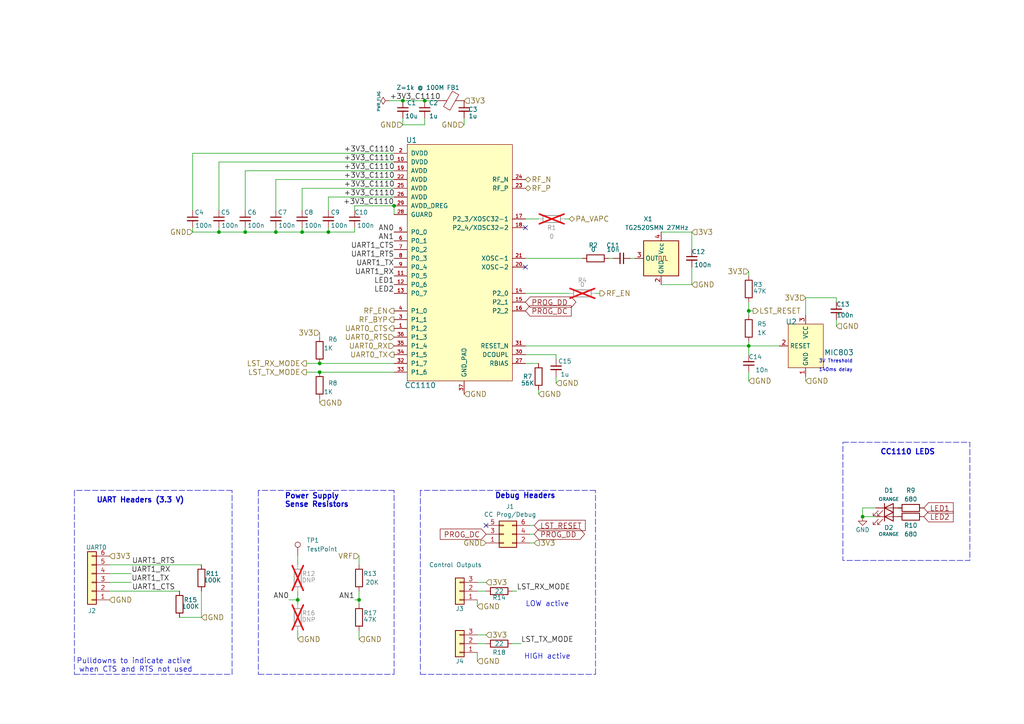
<source format=kicad_sch>
(kicad_sch (version 20231120) (generator "eeschema") (generator_version "8.0")
  (paper "A4")
  (lib_symbols
    (symbol "Connector:TestPoint" (pin_numbers hide) (pin_names (offset 0.762) hide)
      (property "Reference" "TP" (at 0 6.858 0))
      (property "Value" "TestPoint" (at 0 5.08 0))
      (symbol "TestPoint_0_1"
        (circle (center 0 3.302) (radius 0.762))
      )
      (symbol "TestPoint_1_1"
        (pin passive line (at 0 0 90) (length 2.54) (name "1") (number "1"))
      )
    )
    (symbol "Connector_Generic:Conn_01x03" (pin_names (offset 1.016) hide)
      (property "Reference" "J" (at 0 5.08 0))
      (property "Value" "Conn_01x03" (at 0 -5.08 0))
      (symbol "Conn_01x03_1_1"
        (rectangle (start -1.27 -2.413) (end 0 -2.667) (stroke (width 0.1524)))
        (rectangle (start -1.27 0.127) (end 0 -0.127) (stroke (width 0.1524)))
        (rectangle (start -1.27 2.667) (end 0 2.413) (stroke (width 0.1524)))
        (rectangle (start -1.27 3.81) (end 1.27 -3.81) (stroke (width 0.254)) (fill (type background)))
        (pin passive line (at -5.08 2.54 0) (length 3.81) (name "Pin_1") (number "1"))
        (pin passive line (at -5.08 0 0) (length 3.81) (name "Pin_2") (number "2"))
        (pin passive line (at -5.08 -2.54 0) (length 3.81) (name "Pin_3") (number "3"))
      )
    )
    (symbol "Connector_Generic:Conn_01x06" (pin_names (offset 1.016) hide)
      (property "Reference" "J" (at 0 7.62 0))
      (property "Value" "Conn_01x06" (at 0 -10.16 0))
      (symbol "Conn_01x06_1_1"
        (rectangle (start -1.27 -7.493) (end 0 -7.747) (stroke (width 0.1524)))
        (rectangle (start -1.27 -4.953) (end 0 -5.207) (stroke (width 0.1524)))
        (rectangle (start -1.27 -2.413) (end 0 -2.667) (stroke (width 0.1524)))
        (rectangle (start -1.27 0.127) (end 0 -0.127) (stroke (width 0.1524)))
        (rectangle (start -1.27 2.667) (end 0 2.413) (stroke (width 0.1524)))
        (rectangle (start -1.27 5.207) (end 0 4.953) (stroke (width 0.1524)))
        (rectangle (start -1.27 6.35) (end 1.27 -8.89) (stroke (width 0.254)) (fill (type background)))
        (pin passive line (at -5.08 5.08 0) (length 3.81) (name "Pin_1") (number "1"))
        (pin passive line (at -5.08 2.54 0) (length 3.81) (name "Pin_2") (number "2"))
        (pin passive line (at -5.08 0 0) (length 3.81) (name "Pin_3") (number "3"))
        (pin passive line (at -5.08 -2.54 0) (length 3.81) (name "Pin_4") (number "4"))
        (pin passive line (at -5.08 -5.08 0) (length 3.81) (name "Pin_5") (number "5"))
        (pin passive line (at -5.08 -7.62 0) (length 3.81) (name "Pin_6") (number "6"))
      )
    )
    (symbol "Connector_Generic:Conn_02x03_Odd_Even" (pin_names (offset 1.016) hide)
      (property "Reference" "J" (at 1.27 5.08 0))
      (property "Value" "Conn_02x03_Odd_Even" (at 1.27 -5.08 0))
      (symbol "Conn_02x03_Odd_Even_1_1"
        (rectangle (start -1.27 -2.413) (end 0 -2.667) (stroke (width 0.1524)))
        (rectangle (start -1.27 0.127) (end 0 -0.127) (stroke (width 0.1524)))
        (rectangle (start -1.27 2.667) (end 0 2.413) (stroke (width 0.1524)))
        (rectangle (start -1.27 3.81) (end 3.81 -3.81) (stroke (width 0.254)) (fill (type background)))
        (rectangle (start 3.81 -2.413) (end 2.54 -2.667) (stroke (width 0.1524)))
        (rectangle (start 3.81 0.127) (end 2.54 -0.127) (stroke (width 0.1524)))
        (rectangle (start 3.81 2.667) (end 2.54 2.413) (stroke (width 0.1524)))
        (pin passive line (at -5.08 2.54 0) (length 3.81) (name "Pin_1") (number "1"))
        (pin passive line (at 7.62 2.54 180) (length 3.81) (name "Pin_2") (number "2"))
        (pin passive line (at -5.08 0 0) (length 3.81) (name "Pin_3") (number "3"))
        (pin passive line (at 7.62 0 180) (length 3.81) (name "Pin_4") (number "4"))
        (pin passive line (at -5.08 -2.54 0) (length 3.81) (name "Pin_5") (number "5"))
        (pin passive line (at 7.62 -2.54 180) (length 3.81) (name "Pin_6") (number "6"))
      )
    )
    (symbol "Device:C_Small" (pin_numbers hide) (pin_names (offset 0.254) hide)
      (property "Reference" "C" (at 0.254 1.778 0))
      (property "Value" "C_Small" (at 0.254 -2.032 0))
      (symbol "C_Small_0_1"
        (polyline (pts (xy -1.524 -0.508) (xy 1.524 -0.508)) (stroke (width 0.3302)))
        (polyline (pts (xy -1.524 0.508) (xy 1.524 0.508)) (stroke (width 0.3048)))
      )
      (symbol "C_Small_1_1"
        (pin passive line (at 0 2.54 270) (length 2.032) (name "~") (number "1"))
        (pin passive line (at 0 -2.54 90) (length 2.032) (name "~") (number "2"))
      )
    )
    (symbol "Device:FerriteBead" (pin_numbers hide) (pin_names (offset 0))
      (property "Reference" "FB" (at -3.81 0.635 90))
      (property "Value" "FerriteBead" (at 3.81 0 90))
      (symbol "FerriteBead_0_1"
        (polyline (pts (xy 0 -1.27) (xy 0 -1.2192)))
        (polyline (pts (xy 0 1.27) (xy 0 1.2954)))
        (polyline (pts (xy -2.7686 0.4064) (xy -1.7018 2.2606) (xy 2.7686 -0.3048) (xy 1.6764 -2.159) (xy -2.7686 0.4064)))
      )
      (symbol "FerriteBead_1_1"
        (pin passive line (at 0 3.81 270) (length 2.54) (name "~") (number "1"))
        (pin passive line (at 0 -3.81 90) (length 2.54) (name "~") (number "2"))
      )
    )
    (symbol "Device:LED" (pin_numbers hide) (pin_names (offset 1.016) hide)
      (property "Reference" "D" (at 0 2.54 0))
      (property "Value" "LED" (at 0 -2.54 0))
      (symbol "LED_0_1"
        (polyline (pts (xy -1.27 -1.27) (xy -1.27 1.27)) (stroke (width 0.254)))
        (polyline (pts (xy -1.27 0) (xy 1.27 0)))
        (polyline (pts (xy 1.27 -1.27) (xy 1.27 1.27) (xy -1.27 0) (xy 1.27 -1.27)) (stroke (width 0.254)))
        (polyline (pts (xy -3.048 -0.762) (xy -4.572 -2.286) (xy -3.81 -2.286) (xy -4.572 -2.286) (xy -4.572 -1.524)))
        (polyline (pts (xy -1.778 -0.762) (xy -3.302 -2.286) (xy -2.54 -2.286) (xy -3.302 -2.286) (xy -3.302 -1.524)))
      )
      (symbol "LED_1_1"
        (pin passive line (at -3.81 0 0) (length 2.54) (name "K") (number "1"))
        (pin passive line (at 3.81 0 180) (length 2.54) (name "A") (number "2"))
      )
    )
    (symbol "Device:R" (pin_numbers hide) (pin_names (offset 0))
      (property "Reference" "R" (at 2.032 0 90))
      (property "Value" "R" (at 0 0 90))
      (symbol "R_0_1"
        (rectangle (start -1.016 -2.54) (end 1.016 2.54) (stroke (width 0.254)))
      )
      (symbol "R_1_1"
        (pin passive line (at 0 3.81 270) (length 1.27) (name "~") (number "1"))
        (pin passive line (at 0 -3.81 90) (length 1.27) (name "~") (number "2"))
      )
    )
    (symbol "Oscillator:TG2520SMN-xx.xxxxxxMhz-xxxxNM"
      (property "Reference" "X" (at -5.08 6.35 0))
      (property "Value" "TG2520SMN-xx.xxxxxxMhz-xxxxNM" (at 1.27 -6.35 0))
      (symbol "TG2520SMN-xx.xxxxxxMhz-xxxxNM_0_1"
        (rectangle (start -5.08 5.08) (end 5.08 -5.08) (stroke (width 0.254)) (fill (type background)))
        (polyline (pts (xy -1.905 -0.635) (xy -1.27 -0.635) (xy -1.27 0.635) (xy -0.635 0.635) (xy -0.635 -0.635) (xy 0 -0.635) (xy 0 0.635) (xy 0.635 0.635) (xy 0.635 -0.635)))
      )
      (symbol "TG2520SMN-xx.xxxxxxMhz-xxxxNM_1_1"
        (pin no_connect line (at -5.08 0 0) (length 2.54) hide (name "NC") (number "1"))
        (pin power_in line (at 0 -7.62 90) (length 2.54) (name "GND") (number "2"))
        (pin output line (at 7.62 0 180) (length 2.54) (name "OUT") (number "3"))
        (pin power_in line (at 0 7.62 270) (length 2.54) (name "Vcc") (number "4"))
      )
    )
    (symbol "Project:CC1110" (pin_names (offset 1.016))
      (property "Reference" "U2" (at -15.24 36.83 0))
      (property "Value" "CC1110" (at -12.7 -34.29 0))
      (symbol "CC1110_0_1"
        (rectangle (start -16.51 35.56) (end 13.97 -33.02) (fill (type background)))
      )
      (symbol "CC1110_1_1"
        (pin bidirectional line (at -20.32 -17.78 0) (length 3.81) (name "P1_2") (number "1"))
        (pin power_in line (at -20.32 30.48 0) (length 3.81) (name "DVDD") (number "10"))
        (pin bidirectional line (at -20.32 -2.54 0) (length 3.81) (name "P0_5") (number "11"))
        (pin bidirectional line (at -20.32 -5.08 0) (length 3.81) (name "P0_6") (number "12"))
        (pin bidirectional line (at -20.32 -7.62 0) (length 3.81) (name "P0_7") (number "13"))
        (pin bidirectional line (at 17.78 -7.62 180) (length 3.81) (name "P2_0") (number "14"))
        (pin bidirectional line (at 17.78 -10.16 180) (length 3.81) (name "P2_1") (number "15"))
        (pin bidirectional line (at 17.78 -12.7 180) (length 3.81) (name "P2_2") (number "16"))
        (pin bidirectional line (at 17.78 13.97 180) (length 3.81) (name "P2_3/XOSC32-1") (number "17"))
        (pin bidirectional line (at 17.78 11.43 180) (length 3.81) (name "P2_4/XOSC32-2") (number "18"))
        (pin power_in line (at -20.32 27.94 0) (length 3.81) (name "AVDD") (number "19"))
        (pin power_in line (at -20.32 33.02 0) (length 3.81) (name "DVDD") (number "2"))
        (pin bidirectional line (at 17.78 0 180) (length 3.81) (name "XOSC-2") (number "20"))
        (pin bidirectional line (at 17.78 2.54 180) (length 3.81) (name "XOSC-1") (number "21"))
        (pin power_in line (at -20.32 25.4 0) (length 3.81) (name "AVDD") (number "22"))
        (pin bidirectional line (at 17.78 22.86 180) (length 3.81) (name "RF_P") (number "23"))
        (pin bidirectional line (at 17.78 25.4 180) (length 3.81) (name "RF_N") (number "24"))
        (pin power_in line (at -20.32 22.86 0) (length 3.81) (name "AVDD") (number "25"))
        (pin power_in line (at -20.32 20.32 0) (length 3.81) (name "AVDD") (number "26"))
        (pin bidirectional line (at 17.78 -27.94 180) (length 3.81) (name "RBIAS") (number "27"))
        (pin power_in line (at -20.32 15.24 0) (length 3.81) (name "GUARD") (number "28"))
        (pin power_in line (at -20.32 17.78 0) (length 3.81) (name "AVDD_DREG") (number "29"))
        (pin bidirectional line (at -20.32 -15.24 0) (length 3.81) (name "P1_1") (number "3"))
        (pin passive line (at 17.78 -25.4 180) (length 3.81) (name "DCOUPL") (number "30"))
        (pin bidirectional line (at 17.78 -22.86 180) (length 3.81) (name "RESET_N") (number "31"))
        (pin bidirectional line (at -20.32 -27.94 0) (length 3.81) (name "P1_7") (number "32"))
        (pin bidirectional line (at -20.32 -30.48 0) (length 3.81) (name "P1_6") (number "33"))
        (pin bidirectional line (at -20.32 -25.4 0) (length 3.81) (name "P1_5") (number "34"))
        (pin bidirectional line (at -20.32 -22.86 0) (length 3.81) (name "P1_4") (number "35"))
        (pin bidirectional line (at -20.32 -20.32 0) (length 3.81) (name "P1_3") (number "36"))
        (pin passive line (at 0 -36.83 90) (length 3.81) (name "GND_PAD") (number "37"))
        (pin bidirectional line (at -20.32 -12.7 0) (length 3.81) (name "P1_0") (number "4"))
        (pin bidirectional line (at -20.32 10.16 0) (length 3.81) (name "P0_0") (number "5"))
        (pin bidirectional line (at -20.32 7.62 0) (length 3.81) (name "P0_1") (number "6"))
        (pin bidirectional line (at -20.32 5.08 0) (length 3.81) (name "P0_2") (number "7"))
        (pin bidirectional line (at -20.32 2.54 0) (length 3.81) (name "P0_3") (number "8"))
        (pin bidirectional line (at -20.32 0 0) (length 3.81) (name "P0_4") (number "9"))
      )
    )
    (symbol "Project:MIC803"
      (property "Reference" "U" (at 3.81 4.572 0))
      (symbol "MIC803_1_1"
        (rectangle (start -5.08 6.35) (end 5.08 -6.35) (fill (type background)))
        (pin power_in line (at 0 -8.89 90) (length 2.54) (name "GND") (number "1"))
        (pin passive line (at -7.62 0 0) (length 2.54) (name "RESET") (number "2"))
        (pin power_in line (at 0 8.89 270) (length 2.54) (name "VCC") (number "3"))
      )
    )
    (symbol "power:GND" (power) (pin_numbers hide) (pin_names (offset 0) hide)
      (property "Value" "GND" (at 0 -3.81 0))
      (symbol "GND_0_1"
        (polyline (pts (xy 0 0) (xy 0 -1.27) (xy 1.27 -1.27) (xy 0 -2.54) (xy -1.27 -1.27) (xy 0 -1.27)))
      )
      (symbol "GND_1_1"
        (pin power_in line (at 0 0 270) (length 0) (name "~") (number "1"))
      )
    )
    (symbol "power:PWR_FLAG" (power) (pin_numbers hide) (pin_names (offset 0) hide)
      (property "Value" "PWR_FLAG" (at 0 3.81 0))
      (symbol "PWR_FLAG_0_0"
        (pin power_out line (at 0 0 90) (length 0) (name "~") (number "1"))
      )
      (symbol "PWR_FLAG_0_1"
        (polyline (pts (xy 0 0) (xy 0 1.27) (xy -1.016 1.905) (xy 0 2.54) (xy 1.016 1.905) (xy 0 1.27)))
      )
    )
  )
  (junction (at 87.63 67.31))
  (junction (at 217.17 100.33))
  (junction (at 116.84 29.21))
  (junction (at 86.36 173.99))
  (junction (at 71.12 67.31))
  (junction (at 63.5 67.31))
  (junction (at 80.01 67.31))
  (junction (at 104.14 173.99))
  (junction (at 217.17 90.17))
  (junction (at 123.19 29.21))
  (junction (at 92.71 107.95))
  (junction (at 250.19 149.86))
  (junction (at 114.3 59.69))
  (junction (at 92.71 105.41))
  (junction (at 95.25 67.31))
  (no_connect (at 140.97 152.4))
  (no_connect (at 152.4 66.04))
  (no_connect (at 152.4 77.47))
  (wire (pts (xy 161.29 102.87) (xy 161.29 104.14)))
  (wire (pts (xy 233.68 86.36) (xy 242.57 86.36)))
  (wire (pts (xy 87.63 60.96) (xy 87.63 54.61)))
  (wire (pts (xy 116.84 36.195) (xy 116.84 34.29)))
  (wire (pts (xy 148.59 186.69) (xy 151.13 186.69)))
  (polyline (pts (xy 74.93 195.58) (xy 114.3 195.58)) (stroke (width 0) (type dash)))
  (wire (pts (xy 138.43 191.77) (xy 138.43 189.23)))
  (wire (pts (xy 250.19 147.32) (xy 250.19 149.86)))
  (wire (pts (xy 138.43 175.895) (xy 138.43 173.99)))
  (wire (pts (xy 95.25 60.96) (xy 95.25 57.15)))
  (wire (pts (xy 156.21 114.3) (xy 156.21 113.03)))
  (wire (pts (xy 200.66 67.31) (xy 200.66 72.39)))
  (wire (pts (xy 172.72 85.09) (xy 173.99 85.09)))
  (polyline (pts (xy 21.59 142.24) (xy 21.59 195.58)) (stroke (width 0) (type dash)))
  (polyline (pts (xy 21.59 195.58) (xy 67.31 195.58)) (stroke (width 0) (type dash)))
  (wire (pts (xy 176.53 74.93) (xy 177.8 74.93)))
  (wire (pts (xy 92.71 96.52) (xy 92.71 97.79)))
  (wire (pts (xy 242.57 94.615) (xy 242.57 92.71)))
  (polyline (pts (xy 121.92 195.58) (xy 172.72 195.58)) (stroke (width 0) (type dash)))
  (wire (pts (xy 55.88 44.45) (xy 114.3 44.45)))
  (wire (pts (xy 88.9 105.41) (xy 92.71 105.41)))
  (wire (pts (xy 55.88 44.45) (xy 55.88 60.96)))
  (wire (pts (xy 233.68 86.36) (xy 233.68 91.44)))
  (wire (pts (xy 31.75 166.37) (xy 38.1 166.37)))
  (wire (pts (xy 138.43 186.69) (xy 140.97 186.69)))
  (wire (pts (xy 217.17 90.17) (xy 217.17 91.44)))
  (wire (pts (xy 138.43 184.15) (xy 140.97 184.15)))
  (polyline (pts (xy 172.72 195.58) (xy 172.72 142.24)) (stroke (width 0) (type dash)))
  (wire (pts (xy 31.75 168.91) (xy 38.1 168.91)))
  (wire (pts (xy 148.59 171.45) (xy 149.86 171.45)))
  (wire (pts (xy 163.83 63.5) (xy 165.1 63.5)))
  (wire (pts (xy 87.63 67.31) (xy 95.25 67.31)))
  (wire (pts (xy 86.36 173.99) (xy 83.82 173.99)))
  (wire (pts (xy 261.62 147.32) (xy 260.35 147.32)))
  (wire (pts (xy 63.5 67.31) (xy 71.12 67.31)))
  (wire (pts (xy 152.4 100.33) (xy 217.17 100.33)))
  (wire (pts (xy 153.67 152.4) (xy 154.94 152.4)))
  (wire (pts (xy 63.5 46.99) (xy 114.3 46.99)))
  (wire (pts (xy 250.19 147.32) (xy 254 147.32)))
  (wire (pts (xy 80.01 67.31) (xy 80.01 66.04)))
  (wire (pts (xy 55.88 66.04) (xy 55.88 67.31)))
  (wire (pts (xy 71.12 49.53) (xy 114.3 49.53)))
  (polyline (pts (xy 74.93 142.24) (xy 74.93 195.58)) (stroke (width 0) (type dash)))
  (wire (pts (xy 80.01 52.07) (xy 114.3 52.07)))
  (wire (pts (xy 104.14 171.45) (xy 104.14 173.99)))
  (wire (pts (xy 123.19 29.21) (xy 127 29.21)))
  (wire (pts (xy 104.14 173.99) (xy 104.14 175.26)))
  (wire (pts (xy 63.5 66.04) (xy 63.5 67.31)))
  (wire (pts (xy 217.17 87.63) (xy 217.17 90.17)))
  (wire (pts (xy 138.43 171.45) (xy 140.97 171.45)))
  (polyline (pts (xy 121.92 142.24) (xy 121.92 195.58)) (stroke (width 0) (type dash)))
  (wire (pts (xy 104.14 185.42) (xy 104.14 182.88)))
  (polyline (pts (xy 172.72 142.24) (xy 121.92 142.24)) (stroke (width 0) (type dash)))
  (wire (pts (xy 104.14 161.29) (xy 104.14 163.83)))
  (wire (pts (xy 88.9 107.95) (xy 92.71 107.95)))
  (wire (pts (xy 152.4 85.09) (xy 165.1 85.09)))
  (wire (pts (xy 55.88 67.31) (xy 63.5 67.31)))
  (wire (pts (xy 152.4 63.5) (xy 156.21 63.5)))
  (wire (pts (xy 71.12 67.31) (xy 80.01 67.31)))
  (wire (pts (xy 80.01 60.96) (xy 80.01 52.07)))
  (wire (pts (xy 95.25 57.15) (xy 114.3 57.15)))
  (wire (pts (xy 218.44 90.17) (xy 217.17 90.17)))
  (wire (pts (xy 261.62 149.86) (xy 260.35 149.86)))
  (wire (pts (xy 104.14 173.99) (xy 102.87 173.99)))
  (wire (pts (xy 92.71 105.41) (xy 114.3 105.41)))
  (wire (pts (xy 52.07 179.07) (xy 58.42 179.07)))
  (wire (pts (xy 58.42 179.07) (xy 58.42 171.45)))
  (wire (pts (xy 153.67 154.94) (xy 154.94 154.94)))
  (wire (pts (xy 184.15 74.93) (xy 182.88 74.93)))
  (wire (pts (xy 87.63 66.04) (xy 87.63 67.31)))
  (wire (pts (xy 191.77 82.55) (xy 200.66 82.55)))
  (wire (pts (xy 191.77 67.31) (xy 200.66 67.31)))
  (wire (pts (xy 95.25 67.31) (xy 95.25 66.04)))
  (wire (pts (xy 102.87 66.04) (xy 102.87 67.31)))
  (wire (pts (xy 152.4 74.93) (xy 168.91 74.93)))
  (wire (pts (xy 71.12 67.31) (xy 71.12 66.04)))
  (wire (pts (xy 217.17 102.87) (xy 217.17 100.33)))
  (wire (pts (xy 116.84 29.21) (xy 123.19 29.21)))
  (wire (pts (xy 156.21 105.41) (xy 152.4 105.41)))
  (wire (pts (xy 123.19 36.195) (xy 123.19 34.29)))
  (wire (pts (xy 80.01 67.31) (xy 87.63 67.31)))
  (polyline (pts (xy 114.3 142.24) (xy 74.93 142.24)) (stroke (width 0) (type dash)))
  (wire (pts (xy 71.12 60.96) (xy 71.12 49.53)))
  (wire (pts (xy 102.87 59.69) (xy 102.87 60.96)))
  (polyline (pts (xy 67.31 195.58) (xy 67.31 142.24)) (stroke (width 0) (type dash)))
  (wire (pts (xy 233.68 110.49) (xy 233.68 109.22)))
  (wire (pts (xy 95.25 67.31) (xy 102.87 67.31)))
  (wire (pts (xy 31.75 163.83) (xy 58.42 163.83)))
  (wire (pts (xy 217.17 99.06) (xy 217.17 100.33)))
  (wire (pts (xy 31.75 171.45) (xy 52.07 171.45)))
  (wire (pts (xy 250.19 149.86) (xy 254 149.86)))
  (wire (pts (xy 242.57 87.63) (xy 242.57 86.36)))
  (wire (pts (xy 86.36 171.45) (xy 86.36 173.99)))
  (wire (pts (xy 217.17 78.74) (xy 217.17 80.01)))
  (wire (pts (xy 161.29 111.125) (xy 161.29 109.22)))
  (polyline (pts (xy 67.31 142.24) (xy 21.59 142.24)) (stroke (width 0) (type dash)))
  (wire (pts (xy 86.36 173.99) (xy 86.36 175.26)))
  (wire (pts (xy 134.62 36.195) (xy 134.62 34.29)))
  (wire (pts (xy 200.66 77.47) (xy 200.66 82.55)))
  (wire (pts (xy 113.03 29.21) (xy 116.84 29.21)))
  (wire (pts (xy 92.71 116.84) (xy 92.71 115.57)))
  (wire (pts (xy 87.63 54.61) (xy 114.3 54.61)))
  (wire (pts (xy 86.36 161.29) (xy 86.36 163.83)))
  (wire (pts (xy 217.17 100.33) (xy 226.06 100.33)))
  (wire (pts (xy 92.71 107.95) (xy 114.3 107.95)))
  (wire (pts (xy 114.3 59.69) (xy 102.87 59.69)))
  (wire (pts (xy 152.4 102.87) (xy 161.29 102.87)))
  (polyline (pts (xy 114.3 195.58) (xy 114.3 142.24)) (stroke (width 0) (type dash)))
  (wire (pts (xy 217.17 107.95) (xy 217.17 110.49)))
  (wire (pts (xy 154.94 157.48) (xy 153.67 157.48)))
  (wire (pts (xy 63.5 60.96) (xy 63.5 46.99)))
  (wire (pts (xy 116.84 36.195) (xy 123.19 36.195)))
  (wire (pts (xy 86.36 185.42) (xy 86.36 182.88)))
  (wire (pts (xy 114.3 59.69) (xy 114.3 62.23)))
  (wire (pts (xy 138.43 168.91) (xy 140.97 168.91)))
  (rectangle (start 244.475 128.27) (end 281.305 162.56) (stroke (width 0) (type dash)))
  (text "UART Headers (3.3 V)" (at 27.94 146.05 0) (effects (font (size 1.524 1.524) (thickness 0.3048) (bold yes)) (justify left bottom)))
  (text "3V Threshold" (at 237.49 105.41 0) (effects (font (size 0.9906 0.9906)) (justify left bottom)))
  (text "Pulldowns to indicate active \nwhen CTS and RTS not used" (at 39.37 193.04 0) (effects (font (size 1.524 1.524))))
  (text "HIGH active" (at 158.75 190.5 0) (effects (font (size 1.524 1.524))))
  (text "140ms delay" (at 237.49 107.95 0) (effects (font (size 0.9906 0.9906)) (justify left bottom)))
  (text "Debug Headers" (at 143.51 144.78 0) (effects (font (size 1.524 1.524) (thickness 0.3048) (bold yes)) (justify left bottom)))
  (text "CC1110 LEDS" (at 255.27 132.08 0) (effects (font (size 1.524 1.524) (thickness 0.3048) (bold yes)) (justify left bottom)))
  (text "LOW active" (at 158.75 175.26 0) (effects (font (size 1.524 1.524))))
  (text "Power Supply\nSense Resistors" (at 82.55 147.32 0) (effects (font (size 1.524 1.524) (thickness 0.3048) (bold yes)) (justify left bottom)))
  (label "+3V3_C1110" (at 99.695 54.61 0) (effects (font (size 1.524 1.524))))
  (label "AN0" (at 83.82 173.99 180) (effects (font (size 1.524 1.524))))
  (label "+3V3_C1110" (at 99.695 44.45 0) (effects (font (size 1.524 1.524))))
  (label "AN1" (at 102.87 173.99 180) (effects (font (size 1.524 1.524))))
  (label "UART1_TX" (at 114.3 77.47 180) (effects (font (size 1.524 1.524))))
  (label "+3V3_C1110" (at 114.3 59.69 180) (effects (font (size 1.524 1.524))))
  (label "+3V3_C1110" (at 99.695 52.07 0) (effects (font (size 1.524 1.524))))
  (label "UART1_CTS" (at 50.8 171.45 180) (effects (font (size 1.524 1.524))))
  (label "AN1" (at 114.3 69.85 180) (effects (font (size 1.524 1.524))))
  (label "LST_RX_MODE" (at 149.86 171.45 0) (effects (font (size 1.524 1.524))))
  (label "+3V3_C1110" (at 99.695 57.15 0) (effects (font (size 1.524 1.524))))
  (label "+3V3_C1110" (at 99.695 49.53 0) (effects (font (size 1.524 1.524))))
  (label "UART1_RX" (at 38.1 166.37 0) (effects (font (size 1.524 1.524))))
  (label "UART1_RTS" (at 114.3 74.93 180) (effects (font (size 1.524 1.524))))
  (label "LED1" (at 114.3 82.55 180) (effects (font (size 1.524 1.524))))
  (label "UART1_RX" (at 114.3 80.01 180) (effects (font (size 1.524 1.524))))
  (label "+3V3_C1110" (at 113.03 29.21 0) (effects (font (size 1.524 1.524))))
  (label "LST_TX_MODE" (at 151.13 186.69 0) (effects (font (size 1.524 1.524))))
  (label "+3V3_C1110" (at 99.695 46.99 0) (effects (font (size 1.524 1.524))))
  (label "UART1_TX" (at 38.1 168.91 0) (effects (font (size 1.524 1.524))))
  (label "UART1_RTS" (at 50.8 163.83 180) (effects (font (size 1.524 1.524))))
  (label "UART1_CTS" (at 114.3 72.39 180) (effects (font (size 1.524 1.524))))
  (label "AN0" (at 114.3 67.31 180) (effects (font (size 1.524 1.524))))
  (label "LED2" (at 114.3 85.09 180) (effects (font (size 1.524 1.524))))
  (global_label "LST_RESET" (shape input) (at 154.94 152.4 0) (effects (font (size 1.524 1.524))) (property "Intersheetrefs" "${INTERSHEET_REFS}" (effects (hide yes))))
  (global_label "PROG_DD" (shape bidirectional) (at 154.94 154.94 0) (effects (font (size 1.524 1.524))) (property "Intersheetrefs" "${INTERSHEET_REFS}" (effects (hide yes))))
  (global_label "PROG_DC" (shape input) (at 152.4 90.17 0) (effects (font (size 1.524 1.524))) (property "Intersheetrefs" "${INTERSHEET_REFS}" (effects (hide yes))))
  (global_label "PROG_DC" (shape input) (at 140.97 154.94 180) (effects (font (size 1.524 1.524))) (property "Intersheetrefs" "${INTERSHEET_REFS}" (effects (hide yes))))
  (global_label "PROG_DD" (shape bidirectional) (at 152.4 87.63 0) (effects (font (size 1.524 1.524))) (property "Intersheetrefs" "${INTERSHEET_REFS}" (effects (hide yes))))
  (global_label "LED2" (shape input) (at 267.97 149.86 0) (effects (font (size 1.524 1.524))) (property "Intersheetrefs" "${INTERSHEET_REFS}" (effects (hide yes))))
  (global_label "LED1" (shape input) (at 267.97 147.32 0) (effects (font (size 1.524 1.524))) (property "Intersheetrefs" "${INTERSHEET_REFS}" (effects (hide yes))))
  (hierarchical_label "GND" (shape input) (at 58.42 179.07 0) (effects (font (size 1.524 1.524))))
  (hierarchical_label "RF_BYP" (shape output) (at 114.3 92.71 180) (effects (font (size 1.524 1.524))))
  (hierarchical_label "RF_P" (shape bidirectional) (at 152.4 54.61 0) (effects (font (size 1.524 1.524))))
  (hierarchical_label "GND" (shape input) (at 116.84 36.195 180) (effects (font (size 1.524 1.524))))
  (hierarchical_label "UART0_TX" (shape output) (at 114.3 102.87 180) (effects (font (size 1.524 1.524))))
  (hierarchical_label "3V3" (shape input) (at 31.75 161.29 0) (effects (font (size 1.524 1.524))))
  (hierarchical_label "GND" (shape input) (at 134.62 114.3 0) (effects (font (size 1.524 1.524))))
  (hierarchical_label "UART0_CTS" (shape output) (at 114.3 95.25 180) (effects (font (size 1.524 1.524))))
  (hierarchical_label "LST_RX_MODE" (shape output) (at 88.9 105.41 180) (effects (font (size 1.524 1.524))))
  (hierarchical_label "GND" (shape input) (at 161.29 111.125 0) (effects (font (size 1.524 1.524))))
  (hierarchical_label "LST_RESET" (shape output) (at 218.44 90.17 0) (effects (font (size 1.524 1.524))))
  (hierarchical_label "GND" (shape input) (at 242.57 94.615 0) (effects (font (size 1.524 1.524))))
  (hierarchical_label "3V3" (shape input) (at 154.94 157.48 0) (effects (font (size 1.524 1.524))))
  (hierarchical_label "UART0_RX" (shape input) (at 114.3 100.33 180) (effects (font (size 1.524 1.524))))
  (hierarchical_label "VRF" (shape input) (at 104.14 161.29 180) (effects (font (size 1.524 1.524))))
  (hierarchical_label "GND" (shape input) (at 92.71 116.84 0) (effects (font (size 1.524 1.524))))
  (hierarchical_label "GND" (shape input) (at 233.68 110.49 0) (effects (font (size 1.524 1.524))))
  (hierarchical_label "UART0_RTS" (shape input) (at 114.3 97.79 180) (effects (font (size 1.524 1.524))))
  (hierarchical_label "RF_EN" (shape output) (at 173.99 85.09 0) (effects (font (size 1.524 1.524))))
  (hierarchical_label "GND" (shape input) (at 31.75 173.99 0) (effects (font (size 1.524 1.524))))
  (hierarchical_label "3V3" (shape input) (at 92.71 96.52 180) (effects (font (size 1.524 1.524))))
  (hierarchical_label "GND" (shape input) (at 138.43 191.77 0) (effects (font (size 1.524 1.524))))
  (hierarchical_label "GND" (shape input) (at 134.62 36.195 180) (effects (font (size 1.524 1.524))))
  (hierarchical_label "GND" (shape input) (at 86.36 185.42 0) (effects (font (size 1.524 1.524))))
  (hierarchical_label "PA_VAPC" (shape bidirectional) (at 165.1 63.5 0) (effects (font (size 1.524 1.524))))
  (hierarchical_label "3V3" (shape input) (at 140.97 184.15 0) (effects (font (size 1.524 1.524))))
  (hierarchical_label "GND" (shape input) (at 200.66 82.55 0) (effects (font (size 1.524 1.524))))
  (hierarchical_label "3V3" (shape input) (at 140.97 168.91 0) (effects (font (size 1.524 1.524))))
  (hierarchical_label "GND" (shape input) (at 140.97 157.48 180) (effects (font (size 1.524 1.524))))
  (hierarchical_label "RF_N" (shape bidirectional) (at 152.4 52.07 0) (effects (font (size 1.524 1.524))))
  (hierarchical_label "GND" (shape input) (at 138.43 175.895 0) (effects (font (size 1.524 1.524))))
  (hierarchical_label "3V3" (shape input) (at 233.68 86.36 180) (effects (font (size 1.524 1.524))))
  (hierarchical_label "GND" (shape input) (at 104.14 185.42 0) (effects (font (size 1.524 1.524))))
  (hierarchical_label "GND" (shape input) (at 55.88 67.31 180) (effects (font (size 1.524 1.524))))
  (hierarchical_label "3V3" (shape input) (at 134.62 29.21 0) (effects (font (size 1.524 1.524))))
  (hierarchical_label "LST_TX_MODE" (shape output) (at 88.9 107.95 180) (effects (font (size 1.524 1.524))))
  (hierarchical_label "GND" (shape input) (at 217.17 110.49 0) (effects (font (size 1.524 1.524))))
  (hierarchical_label "3V3" (shape input) (at 217.17 78.74 180) (effects (font (size 1.524 1.524))))
  (hierarchical_label "3V3" (shape input) (at 200.66 67.31 0) (effects (font (size 1.524 1.524))))
  (hierarchical_label "RF_EN" (shape output) (at 114.3 90.17 180) (effects (font (size 1.524 1.524))))
  (hierarchical_label "GND" (shape input) (at 156.21 114.3 0) (effects (font (size 1.524 1.524))))
  (symbol (lib_id "Device:C_Small") (at 63.5 63.5 0) (unit 1)
    (property "Reference" "C5" (at 65.405 61.595 0))
    (property "Value" "100n" (at 66.675 65.405 0))
    (property "Footprint" "Capacitor_SMD:C_0402_1005Metric_Pad0.74x0.62mm_HandSolder" (effects (hide yes)))
    (property "Mfr. #" "CL10B104KA8NNNC" (effects (hide yes)))
    (property "Order" "https://www.digikey.com/product-detail/en/samsung-electro-mechanics/CL10B104KA8NNNC/1276-1006-1-ND/3889092" (effects (hide yes)))
    (property "Voltage" "25" (effects (hide yes)))
    (property "Manufactorer" "Murata" (effects (hide yes)))
    (property "Part Number" "GRM155R61E104KA87D" (effects (hide yes)))
    (property "Tolerance" "10%" (effects (hide yes)))
  )
  (symbol (lib_id "Device:C_Small") (at 161.29 106.68 0) (unit 1)
    (property "Reference" "C15" (at 163.83 104.775 0))
    (property "Value" "1u" (at 163.83 108.585 0))
    (property "Footprint" "Capacitor_SMD:C_0603_1608Metric_Pad1.08x0.95mm_HandSolder" (effects (hide yes)))
    (property "Mfr. #" "CL10B105KP8NFNC" (effects (hide yes)))
    (property "Order" "https://www.digikey.com/product-detail/en/samsung-electro-mechanics/CL10B105KP8NFNC/1276-1945-1-ND/3890031" (effects (hide yes)))
    (property "Voltage" "25" (effects (hide yes)))
    (property "Manufactorer" "YAGEO" (effects (hide yes)))
    (property "Part Number" "CC0603KRX5R8BB105" (effects (hide yes)))
    (property "Tolerance" "10%" (effects (hide yes)))
  )
  (symbol (lib_id "Device:C_Small") (at 180.34 74.93 270) (unit 1)
    (property "Reference" "C11" (at 177.8 71.12 90))
    (property "Value" "10n" (at 177.8 72.39 90))
    (property "Footprint" "Capacitor_SMD:C_0603_1608Metric_Pad1.08x0.95mm_HandSolder" (effects (hide yes)))
    (property "Mfr. #" "CL10B103KB8NNNC" (effects (hide yes)))
    (property "Order" "https://www.digikey.com/en/products/detail/samsung-electro-mechanics/CL10B103KB8NNNC/3886667" (effects (hide yes)))
    (property "Voltage" "25" (effects (hide yes)))
    (property "Part Number" "GRT1885C1E103JA02J" (effects (hide yes)))
    (property "Tolerance" "5%" (effects (hide yes)))
    (property "Manufactorer" "Murata" (effects (hide yes)))
  )
  (symbol (lib_id "Project:MIC803") (at 233.68 100.33 0) (unit 1)
    (property "Reference" "U2" (at 231.14 93.345 0) (effects (font (size 1.524 1.524)) (justify right)))
    (property "Value" "MIC803" (at 247.65 102.235 0) (effects (font (size 1.524 1.524)) (justify right)))
    (property "Footprint" "Package_TO_SOT_SMD:SOT-23_Handsoldering" (effects (hide yes)))
    (property "Datasheet" "https://ww1.microchip.com/downloads/en/DeviceDoc/MIC803-3-Pin-Microprocessor-Supervisor-Circuit-with-Open-Drain-Reset-Output-DS20006456A.pdf" (effects (hide yes)))
    (property "Mfr. #" "MIC803-30D3VM3-TR" (effects (hide yes)))
    (property "Order" "https://www.digikey.com/en/products/detail/microchip-technology/MIC803-30D3VM3-TR/2566987" (effects (hide yes)))
  )
  (symbol (lib_id "Device:R") (at 217.17 95.25 0) (mirror x) (unit 1)
    (property "Reference" "R5" (at 220.98 93.98 0))
    (property "Value" "1K" (at 220.98 96.52 0))
    (property "Footprint" "Resistor_SMD:R_0603_1608Metric_Pad0.98x0.95mm_HandSolder" (effects (hide yes)))
    (property "Size" "0603" (effects (hide yes)))
    (property "Mfr. #" "RMCF0603FT1K00" (effects (hide yes)))
    (property "Order" "https://www.digikey.com/en/products/detail/stackpole-electronics-inc/RMCF0603FT1K00/1942996" (effects (hide yes)))
    (property "Manufactorer" "YAGEO" (effects (hide yes)))
    (property "Part Number" "RC0603FR-071KL" (effects (hide yes)))
    (property "Tolerance" "1%" (effects (hide yes)))
  )
  (symbol (lib_id "Device:R") (at 264.16 147.32 90) (mirror x) (unit 1)
    (property "Reference" "R9" (at 264.16 142.24 90))
    (property "Value" "680" (at 264.16 144.78 90))
    (property "Footprint" "Resistor_SMD:R_0603_1608Metric_Pad0.98x0.95mm_HandSolder" (effects (hide yes)))
    (property "Size" "0603" (effects (hide yes)))
    (property "Mfr. #" "RMCF0603FT1K00" (effects (hide yes)))
    (property "Order" "https://www.digikey.com/en/products/detail/stackpole-electronics-inc/RMCF0603FT1K00/1942996" (effects (hide yes)))
    (property "Manufactorer" "YAGEO" (effects (hide yes)))
    (property "Part Number" "RC0603FR-07680RL" (effects (hide yes)))
    (property "Tolerance" "1%" (effects (hide yes)))
  )
  (symbol (lib_id "Device:C_Small") (at 123.19 31.75 0) (unit 1)
    (property "Reference" "C2" (at 125.73 29.845 0))
    (property "Value" "1u" (at 125.73 33.655 0))
    (property "Footprint" "Capacitor_SMD:C_0603_1608Metric_Pad1.08x0.95mm_HandSolder" (effects (hide yes)))
    (property "Mfr. #" "CL10B105KP8NFNC" (effects (hide yes)))
    (property "Order" "https://www.digikey.com/product-detail/en/samsung-electro-mechanics/CL10B105KP8NFNC/1276-1945-1-ND/3890031" (effects (hide yes)))
    (property "Voltage" "25" (effects (hide yes)))
    (property "Manufactorer" "YAGEO" (effects (hide yes)))
    (property "Part Number" "CC0603KRX5R8BB105" (effects (hide yes)))
    (property "Tolerance" "10%" (effects (hide yes)))
  )
  (symbol (lib_id "Connector_Generic:Conn_02x03_Odd_Even") (at 146.05 154.94 0) (mirror x) (unit 1)
    (property "Reference" "J1" (at 147.955 146.9136 0))
    (property "Value" "CC Prog/Debug" (at 147.955 149.225 0))
    (property "Footprint" "Connector_PinHeader_2.54mm:PinHeader_2x03_P2.54mm_Vertical" (effects (hide yes)))
    (property "Description" "Generic connector, double row, 02x03, odd/even pin numbering scheme (row 1 odd numbers, row 2 even numbers), script generated (kicad-library-utils/schlib/autogen/connector/)" (effects (hide yes)))
    (property "Order" "https://www.digikey.com/en/products/detail/adam-tech/HPH2-A-10-UA-SMT/9831541" (effects (hide yes)))
    (property "Mfr. #" "HPH2-A-10-UA-SMT" (effects (hide yes)))
  )
  (symbol (lib_id "Device:R") (at 86.36 179.07 0) (mirror x) (unit 1) (dnp yes)
    (property "Reference" "R16" (at 89.535 177.8 0))
    (property "Value" "DNP" (at 89.535 179.705 0))
    (property "Footprint" "Resistor_SMD:R_0603_1608Metric_Pad0.98x0.95mm_HandSolder" (effects (hide yes)))
    (property "Size" "0603" (effects (hide yes)))
    (property "Manufactorer" "YAGEO" (effects (hide yes)))
    (property "Tolerance" "0.1%" (effects (hide yes)))
    (property "Part Number" "RT0603BRD0726K7L" (effects (hide yes)))
  )
  (symbol (lib_id "Connector_Generic:Conn_01x03") (at 133.35 186.69 180) (unit 1)
    (property "Reference" "J4" (at 133.35 191.77 0))
    (property "Value" "Control Outputs" (effects (hide yes)))
    (property "Footprint" "Connector_PinHeader_2.54mm:PinHeader_1x03_P2.54mm_Vertical" (effects (hide yes)))
  )
  (symbol (lib_id "Device:C_Small") (at 242.57 90.17 180) (unit 1)
    (property "Reference" "C13" (at 244.475 88.265 0))
    (property "Value" "100n" (at 245.11 91.44 0))
    (property "Footprint" "Capacitor_SMD:C_0402_1005Metric_Pad0.74x0.62mm_HandSolder" (effects (hide yes)))
    (property "Mfr. #" "CL10B104KA8NNNC" (effects (hide yes)))
    (property "Order" "https://www.digikey.com/product-detail/en/samsung-electro-mechanics/CL10B104KA8NNNC/1276-1006-1-ND/3889092" (effects (hide yes)))
    (property "Voltage" "25" (effects (hide yes)))
    (property "Manufactorer" "Murata" (effects (hide yes)))
    (property "Part Number" "GRM155R61E104KA87D" (effects (hide yes)))
    (property "Tolerance" "10%" (effects (hide yes)))
  )
  (symbol (lib_id "Device:R") (at 160.02 63.5 90) (mirror x) (unit 1) (dnp yes)
    (property "Reference" "R1" (at 160.02 66.04 90))
    (property "Value" "0" (at 160.02 68.58 90))
    (property "Footprint" "Resistor_SMD:R_0603_1608Metric_Pad0.98x0.95mm_HandSolder" (effects (hide yes)))
    (property "Size" "0603" (effects (hide yes)))
    (property "Manufactorer" "YAGEO" (effects (hide yes)))
    (property "Part Number" "RC0603FR-070RL" (effects (hide yes)))
  )
  (symbol (lib_id "Device:R") (at 172.72 74.93 90) (mirror x) (unit 1)
    (property "Reference" "R2" (at 172.085 71.12 90))
    (property "Value" "0" (at 172.085 72.39 90))
    (property "Footprint" "Resistor_SMD:R_0603_1608Metric_Pad0.98x0.95mm_HandSolder" (effects (hide yes)))
    (property "Size" "0603" (effects (hide yes)))
    (property "Manufactorer" "YAGEO" (effects (hide yes)))
    (property "Part Number" "RC0603FR-070RL" (effects (hide yes)))
  )
  (symbol (lib_id "Device:R") (at 86.36 167.64 0) (mirror x) (unit 1) (dnp yes)
    (property "Reference" "R12" (at 89.535 166.37 0))
    (property "Value" "DNP" (at 89.535 168.275 0))
    (property "Footprint" "Resistor_SMD:R_0603_1608Metric_Pad0.98x0.95mm_HandSolder" (effects (hide yes)))
    (property "Size" "0603" (effects (hide yes)))
    (property "Manufactorer" "YAGEO" (effects (hide yes)))
    (property "Part Number" "RT0603BRD0713K7L" (effects (hide yes)))
    (property "Tolerance" "0.1%" (effects (hide yes)))
  )
  (symbol (lib_id "Device:FerriteBead") (at 130.81 29.21 270) (unit 1)
    (property "Reference" "FB1" (at 131.445 25.4 90))
    (property "Value" "Z=1k @ 100M" (at 121.92 25.4 90))
    (property "Footprint" "Inductor_SMD:L_0603_1608Metric_Pad1.05x0.95mm_HandSolder" (effects (hide yes)))
    (property "Description" "Ferrite bead" (effects (hide yes)))
    (property "Mfr. #" "BLM18AG102SN1D" (effects (hide yes)))
    (property "Order" "https://www.digikey.com/en/products/detail/murata-electronics/BLM18AG102SN1D/584226" (effects (hide yes)))
    (property "Amps" "1" (effects (hide yes)))
    (property "Manufactorer" "Murata" (effects (hide yes)))
    (property "Part Number" "BLM18KG102SN1D " (effects (hide yes)))
  )
  (symbol (lib_id "Oscillator:TG2520SMN-xx.xxxxxxMhz-xxxxNM") (at 191.77 74.93 0) (mirror y) (unit 1)
    (property "Reference" "X1" (at 187.96 63.5 0))
    (property "Value" "TG2520SMN 27MHz" (at 190.5 66.04 0))
    (property "Footprint" "Project:Oscillator_SMD_SeikoEpson_TG2520SMN-xxx-xxxxxx-4Pin_2.5x2.0mm" (effects (hide yes)))
    (property "Datasheet" "https://support.epson.biz/td/api/doc_check.php?dl=app_TG2520SMN&lang=en" (effects (hide yes)))
    (property "Description" "Crystal Oscillator Low Profile / High Stability TCXO" (effects (hide yes)))
    (property "Mfr. #" "TG2520SMN 27.0000M-MCGNNM3" (effects (hide yes)))
    (property "Order" "https://www.digikey.com/en/products/detail/epson/TG2520SMN-27-0000M-MCGNNM3/13151956" (effects (hide yes)))
  )
  (symbol (lib_id "Device:LED") (at 257.81 147.32 0) (unit 1)
    (property "Reference" "D1" (at 257.81 142.24 0))
    (property "Value" "ORANGE" (at 257.81 144.78 0) (effects (font (size 0.9906 0.9906))))
    (property "Footprint" "LED_SMD:LED_0603_1608Metric_Pad1.05x0.95mm_HandSolder" (effects (hide yes)))
    (property "Description" "Light emitting diode" (effects (hide yes)))
    (property "Mfr. #" "150060RS75000" (effects (hide yes)))
    (property "Order" "https://www.digikey.com/product-detail/en/w%C3%BCrth-elektronik/150060RS75000/732-4978-1-ND/4489899" (effects (hide yes)))
    (property "Manufactorer" "Lite-On" (effects (hide yes)))
    (property "Part Number" "LTST-C191KFKT" (effects (hide yes)))
    (property "Voltage" "2.1" (effects (hide yes)))
  )
  (symbol (lib_id "Device:R") (at 144.78 171.45 270) (unit 1)
    (property "Reference" "R14" (at 144.78 173.355 90))
    (property "Value" "22" (at 144.78 171.45 90))
    (property "Footprint" "Resistor_SMD:R_0603_1608Metric_Pad0.98x0.95mm_HandSolder" (effects (hide yes)))
    (property "Description" "Resistor" (effects (hide yes)))
    (property "Manuf" "Stackpole Electronics Inc" (effects (hide yes)))
    (property "Mfr. #" "RMCF0603FG100R" (effects (hide yes)))
    (property "Supplier" "Digikey" (effects (hide yes)))
    (property "SupplierPN" "RMCF0603FG100RCT-ND" (effects (hide yes)))
    (property "Order" "https://www.digikey.com/en/products/detail/stackpole-electronics-inc/RMCF0603FG100R/1713541" (effects (hide yes)))
    (property "Size" "0603" (effects (hide yes)))
    (property "Manufactorer" "YAGEO" (effects (hide yes)))
    (property "Part Number" "RC0603FR-0722RL" (effects (hide yes)))
    (property "Tolerance" "1%" (effects (hide yes)))
  )
  (symbol (lib_id "Device:LED") (at 257.81 149.86 0) (unit 1)
    (property "Reference" "D2" (at 257.81 153.035 0))
    (property "Value" "ORANGE" (at 257.81 154.94 0) (effects (font (size 0.9906 0.9906))))
    (property "Footprint" "LED_SMD:LED_0603_1608Metric_Pad1.05x0.95mm_HandSolder" (effects (hide yes)))
    (property "Description" "Light emitting diode" (effects (hide yes)))
    (property "Mfr. #" "150060RS75000" (effects (hide yes)))
    (property "Order" "https://www.digikey.com/product-detail/en/w%C3%BCrth-elektronik/150060RS75000/732-4978-1-ND/4489899" (effects (hide yes)))
    (property "Manufactorer" "Lite-On" (effects (hide yes)))
    (property "Part Number" "LTST-C191KFKT" (effects (hide yes)))
    (property "Voltage" "2.1" (effects (hide yes)))
  )
  (symbol (lib_id "Device:R") (at 264.16 149.86 90) (mirror x) (unit 1)
    (property "Reference" "R10" (at 264.16 152.4 90))
    (property "Value" "680" (at 264.16 154.94 90))
    (property "Footprint" "Resistor_SMD:R_0603_1608Metric_Pad0.98x0.95mm_HandSolder" (effects (hide yes)))
    (property "Size" "0603" (effects (hide yes)))
    (property "Mfr. #" "RMCF0603FT1K00" (effects (hide yes)))
    (property "Order" "https://www.digikey.com/en/products/detail/stackpole-electronics-inc/RMCF0603FT1K00/1942996" (effects (hide yes)))
    (property "Manufactorer" "YAGEO" (effects (hide yes)))
    (property "Part Number" "RC0603FR-07680RL" (effects (hide yes)))
    (property "Tolerance" "1%" (effects (hide yes)))
  )
  (symbol (lib_id "Project:CC1110") (at 134.62 77.47 0) (unit 1)
    (property "Reference" "U1" (at 119.38 40.64 0) (effects (font (size 1.524 1.524))))
    (property "Value" "CC1110" (at 121.92 111.76 0) (effects (font (size 1.524 1.524))))
    (property "Footprint" "Project:Texas_RHH0036C_VQFN-36-1EP_6x6mm_P0.5mm_EP4.4x4.4mm_ThermalVias" (effects (hide yes)))
    (property "Datasheet" "http://www.ti.com/lit/ds/symlink/cc1110-cc1111.pdf" (effects (hide yes)))
    (property "Manuf" "Texas Instruments" (effects (hide yes)))
    (property "ManufPN" "CC1110F32RHHR" (effects (hide yes)))
    (property "Supplier" "Digikey" (effects (hide yes)))
    (property "SupplierPN" "296-38560-1-ND" (effects (hide yes)))
  )
  (symbol (lib_id "Device:R") (at 156.21 109.22 180) (unit 1)
    (property "Reference" "R7" (at 153.035 109.22 0))
    (property "Value" "56K" (at 153.035 111.125 0))
    (property "Footprint" "Resistor_SMD:R_0603_1608Metric_Pad0.98x0.95mm_HandSolder" (effects (hide yes)))
    (property "Description" "Resistor" (effects (hide yes)))
    (property "Manuf" "YAGEO" (effects (hide yes)))
    (property "ManufPN" "RC0603JR-0756KL" (effects (hide yes)))
    (property "Supplier" "Digikey" (effects (hide yes)))
    (property "SupplierPN" "311-56KGRCT-ND" (effects (hide yes)))
    (property "Order" "https://www.digikey.com/en/products/detail/yageo/RC0603JR-0756KL/726808" (effects (hide yes)))
    (property "Size" "0603" (effects (hide yes)))
    (property "Manufactorer" "YAGEO" (effects (hide yes)))
    (property "Part Number" "RC0603FR-0756KL" (effects (hide yes)))
    (property "Tolerance" "1%" (effects (hide yes)))
  )
  (symbol (lib_id "Device:R") (at 52.07 175.26 0) (mirror x) (unit 1)
    (property "Reference" "R15" (at 55.245 173.99 0))
    (property "Value" "100K" (at 55.245 175.895 0))
    (property "Footprint" "Resistor_SMD:R_0603_1608Metric_Pad0.98x0.95mm_HandSolder" (effects (hide yes)))
    (property "Size" "0603" (effects (hide yes)))
    (property "Manufactorer" "YAGEO" (effects (hide yes)))
    (property "Part Number" "RT0603BRD0720KL" (effects (hide yes)))
    (property "Tolerance" "0.1%" (effects (hide yes)))
  )
  (symbol (lib_id "Connector_Generic:Conn_01x06") (at 26.67 168.91 180) (unit 1)
    (property "Reference" "J2" (at 26.67 177.165 0))
    (property "Value" "UART0" (at 27.94 158.75 0))
    (property "Footprint" "Connector_PinHeader_2.54mm:PinHeader_1x06_P2.54mm_Vertical" (effects (hide yes)))
  )
  (symbol (lib_id "Device:C_Small") (at 217.17 105.41 180) (unit 1)
    (property "Reference" "C14" (at 219.075 103.505 0))
    (property "Value" "10n" (at 220.98 107.315 0))
    (property "Footprint" "Capacitor_SMD:C_0603_1608Metric_Pad1.08x0.95mm_HandSolder" (effects (hide yes)))
    (property "Mfr. #" "CL10B103KB8NNNC" (effects (hide yes)))
    (property "Order" "https://www.digikey.com/en/products/detail/samsung-electro-mechanics/CL10B103KB8NNNC/3886667" (effects (hide yes)))
    (property "Voltage" "25" (effects (hide yes)))
    (property "Part Number" "GRT1885C1E103JA02J" (effects (hide yes)))
    (property "Tolerance" "5%" (effects (hide yes)))
    (property "Manufactorer" "Murata" (effects (hide yes)))
  )
  (symbol (lib_id "Device:R") (at 144.78 186.69 270) (unit 1)
    (property "Reference" "R18" (at 144.78 189.23 90))
    (property "Value" "22" (at 144.78 186.69 90))
    (property "Footprint" "Resistor_SMD:R_0603_1608Metric_Pad0.98x0.95mm_HandSolder" (effects (hide yes)))
    (property "Description" "Resistor" (effects (hide yes)))
    (property "Manuf" "Stackpole Electronics Inc" (effects (hide yes)))
    (property "Mfr. #" "RMCF0603FG100R" (effects (hide yes)))
    (property "Supplier" "Digikey" (effects (hide yes)))
    (property "SupplierPN" "RMCF0603FG100RCT-ND" (effects (hide yes)))
    (property "Order" "https://www.digikey.com/en/products/detail/stackpole-electronics-inc/RMCF0603FG100R/1713541" (effects (hide yes)))
    (property "Size" "0603" (effects (hide yes)))
    (property "Manufactorer" "YAGEO" (effects (hide yes)))
    (property "Part Number" "RC0603FR-0722RL" (effects (hide yes)))
    (property "Tolerance" "1%" (effects (hide yes)))
  )
  (symbol (lib_id "Device:R") (at 168.91 85.09 90) (mirror x) (unit 1) (dnp yes)
    (property "Reference" "R4" (at 168.91 81.28 90))
    (property "Value" "0" (at 168.91 82.55 90))
    (property "Footprint" "Resistor_SMD:R_0603_1608Metric_Pad0.98x0.95mm_HandSolder" (effects (hide yes)))
    (property "Size" "0603" (effects (hide yes)))
    (property "Manufactorer" "YAGEO" (effects (hide yes)))
    (property "Part Number" "RC0603FR-070RL" (effects (hide yes)))
  )
  (symbol (lib_id "Device:C_Small") (at 55.88 63.5 0) (unit 1)
    (property "Reference" "C4" (at 57.785 61.595 0))
    (property "Value" "100n" (at 59.055 65.405 0))
    (property "Footprint" "Capacitor_SMD:C_0402_1005Metric_Pad0.74x0.62mm_HandSolder" (effects (hide yes)))
    (property "Mfr. #" "CL10B104KA8NNNC" (effects (hide yes)))
    (property "Order" "https://www.digikey.com/product-detail/en/samsung-electro-mechanics/CL10B104KA8NNNC/1276-1006-1-ND/3889092" (effects (hide yes)))
    (property "Voltage" "25" (effects (hide yes)))
    (property "Manufactorer" "Murata" (effects (hide yes)))
    (property "Part Number" "GRM155R61E104KA87D" (effects (hide yes)))
    (property "Tolerance" "10%" (effects (hide yes)))
  )
  (symbol (lib_id "Device:C_Small") (at 102.87 63.5 0) (unit 1)
    (property "Reference" "C10" (at 104.775 61.595 0))
    (property "Value" "100n" (at 106.045 65.405 0))
    (property "Footprint" "Capacitor_SMD:C_0402_1005Metric_Pad0.74x0.62mm_HandSolder" (effects (hide yes)))
    (property "Mfr. #" "CL10B104KA8NNNC" (effects (hide yes)))
    (property "Order" "https://www.digikey.com/product-detail/en/samsung-electro-mechanics/CL10B104KA8NNNC/1276-1006-1-ND/3889092" (effects (hide yes)))
    (property "Voltage" "25" (effects (hide yes)))
    (property "Manufactorer" "Murata" (effects (hide yes)))
    (property "Part Number" "GRM155R61E104KA87D" (effects (hide yes)))
    (property "Tolerance" "10%" (effects (hide yes)))
  )
  (symbol (lib_id "Device:R") (at 58.42 167.64 0) (mirror x) (unit 1)
    (property "Reference" "R11" (at 61.595 166.37 0))
    (property "Value" "100K" (at 61.595 168.275 0))
    (property "Footprint" "Resistor_SMD:R_0603_1608Metric_Pad0.98x0.95mm_HandSolder" (effects (hide yes)))
    (property "Size" "0603" (effects (hide yes)))
    (property "Manufactorer" "YAGEO" (effects (hide yes)))
    (property "Part Number" "RT0603BRD0720KL" (effects (hide yes)))
    (property "Tolerance" "0.1%" (effects (hide yes)))
  )
  (symbol (lib_id "power:PWR_FLAG") (at 113.03 29.21 90) (unit 1)
    (property "Reference" "#FLG01" (effects (hide yes)))
    (property "Value" "PWR_FLAG" (at 109.855 32.385 0) (effects (font (size 0.7874 0.7874)) (justify left)))
  )
  (symbol (lib_id "Device:C_Small") (at 200.66 74.93 0) (unit 1)
    (property "Reference" "C12" (at 202.565 73.025 0))
    (property "Value" "100n" (at 203.835 76.835 0))
    (property "Footprint" "Capacitor_SMD:C_0402_1005Metric_Pad0.74x0.62mm_HandSolder" (effects (hide yes)))
    (property "Mfr. #" "CL10B104KA8NNNC" (effects (hide yes)))
    (property "Order" "https://www.digikey.com/product-detail/en/samsung-electro-mechanics/CL10B104KA8NNNC/1276-1006-1-ND/3889092" (effects (hide yes)))
    (property "Voltage" "25" (effects (hide yes)))
    (property "Manufactorer" "Murata" (effects (hide yes)))
    (property "Part Number" "GRM155R61E104KA87D" (effects (hide yes)))
    (property "Tolerance" "10%" (effects (hide yes)))
  )
  (symbol (lib_id "Connector_Generic:Conn_01x03") (at 133.35 171.45 180) (unit 1)
    (property "Reference" "J3" (at 133.35 176.53 0))
    (property "Value" "Control Outputs" (at 132.08 163.83 0))
    (property "Footprint" "Connector_PinHeader_2.54mm:PinHeader_1x03_P2.54mm_Vertical" (effects (hide yes)))
  )
  (symbol (lib_id "Device:R") (at 92.71 111.76 0) (mirror x) (unit 1)
    (property "Reference" "R8" (at 96.52 111.125 0))
    (property "Value" "1K" (at 95.25 113.665 0))
    (property "Footprint" "Resistor_SMD:R_0603_1608Metric_Pad0.98x0.95mm_HandSolder" (effects (hide yes)))
    (property "Size" "0603" (effects (hide yes)))
    (property "Mfr. #" "RMCF0603FT1K00" (effects (hide yes)))
    (property "Order" "https://www.digikey.com/en/products/detail/stackpole-electronics-inc/RMCF0603FT1K00/1942996" (effects (hide yes)))
    (property "Manufactorer" "YAGEO" (effects (hide yes)))
    (property "Part Number" "RC0603FR-071KL" (effects (hide yes)))
    (property "Tolerance" "1%" (effects (hide yes)))
  )
  (symbol (lib_id "Connector:TestPoint") (at 86.36 161.29 0) (unit 1)
    (property "Reference" "TP1" (at 88.9 156.7179 0) (effects (justify left)))
    (property "Value" "TestPoint" (at 88.9 159.2579 0) (effects (justify left)))
    (property "Description" "test point" (effects (hide yes)))
  )
  (symbol (lib_id "Device:R") (at 104.14 179.07 180) (unit 1)
    (property "Reference" "R17" (at 105.41 177.8 0) (effects (justify right)))
    (property "Value" "47K" (at 105.41 179.705 0) (effects (justify right)))
    (property "Footprint" "Resistor_SMD:R_0603_1608Metric_Pad0.98x0.95mm_HandSolder" (effects (hide yes)))
    (property "Datasheet" "https://www.bourns.com/docs/Product-Datasheets/CHPREZTR.pdf" (effects (hide yes)))
    (property "Mfr. #" "CR0603-FX-4702ELF" (effects (hide yes)))
    (property "Order" "https://www.digikey.com/product-detail/en/bourns-inc/CR0603-FX-4702ELF/CR0603-FX-4702ELFCT-ND/3925317" (effects (hide yes)))
    (property "Size" "0603" (effects (hide yes)))
    (property "Manufactorer" "YAGEO" (effects (hide yes)))
    (property "Part Number" "RT0603BRD0720KL" (effects (hide yes)))
    (property "Tolerance" "0.1%" (effects (hide yes)))
  )
  (symbol (lib_id "Device:C_Small") (at 95.25 63.5 0) (unit 1)
    (property "Reference" "C9" (at 95.885 61.595 0) (effects (justify left)))
    (property "Value" "100n" (at 95.885 65.405 0) (effects (justify left)))
    (property "Footprint" "Capacitor_SMD:C_0402_1005Metric_Pad0.74x0.62mm_HandSolder" (effects (hide yes)))
    (property "Description" "Unpolarized capacitor, small symbol" (effects (hide yes)))
    (property "Manuf" "Kemet" (effects (hide yes)))
    (property "ManufPN" "C0402C221J2GACAUTO" (effects (hide yes)))
    (property "Supplier" "Digikey" (effects (hide yes)))
    (property "SupplierPN" "399-11552-1-ND" (effects (hide yes)))
    (property "Voltage" "25" (effects (hide yes)))
    (property "Size" "0402" (effects (hide yes)))
    (property "Manufactorer" "Murata" (effects (hide yes)))
    (property "Part Number" "GRM155R61E104KA87D" (effects (hide yes)))
    (property "Tolerance" "10%" (effects (hide yes)))
  )
  (symbol (lib_id "Device:C_Small") (at 80.01 63.5 0) (unit 1)
    (property "Reference" "C7" (at 81.915 61.595 0))
    (property "Value" "100n" (at 83.185 65.405 0))
    (property "Footprint" "Capacitor_SMD:C_0402_1005Metric_Pad0.74x0.62mm_HandSolder" (effects (hide yes)))
    (property "Mfr. #" "CL10B104KA8NNNC" (effects (hide yes)))
    (property "Order" "https://www.digikey.com/product-detail/en/samsung-electro-mechanics/CL10B104KA8NNNC/1276-1006-1-ND/3889092" (effects (hide yes)))
    (property "Voltage" "25" (effects (hide yes)))
    (property "Manufactorer" "Murata" (effects (hide yes)))
    (property "Part Number" "GRM155R61E104KA87D" (effects (hide yes)))
    (property "Tolerance" "10%" (effects (hide yes)))
  )
  (symbol (lib_id "Device:C_Small") (at 116.84 31.75 0) (unit 1)
    (property "Reference" "C1" (at 119.38 29.845 0))
    (property "Value" "10u" (at 119.38 33.655 0))
    (property "Footprint" "Capacitor_SMD:C_0603_1608Metric_Pad1.08x0.95mm_HandSolder" (effects (hide yes)))
    (property "Mfr. #" "CL10B105KP8NFNC" (effects (hide yes)))
    (property "Order" "https://www.digikey.com/product-detail/en/samsung-electro-mechanics/CL10B105KP8NFNC/1276-1945-1-ND/3890031" (effects (hide yes)))
    (property "Voltage" "25" (effects (hide yes)))
    (property "Manufactorer" "Murata" (effects (hide yes)))
    (property "Part Number" "GRM21BR61E106KA73L" (effects (hide yes)))
    (property "Tolerance" "10%" (effects (hide yes)))
  )
  (symbol (lib_id "Device:C_Small") (at 134.62 31.75 0) (unit 1)
    (property "Reference" "C3" (at 137.16 31.75 0))
    (property "Value" "1u" (at 137.16 33.655 0))
    (property "Footprint" "Capacitor_SMD:C_0603_1608Metric_Pad1.08x0.95mm_HandSolder" (effects (hide yes)))
    (property "Mfr. #" "CL10B105KP8NFNC" (effects (hide yes)))
    (property "Order" "https://www.digikey.com/product-detail/en/samsung-electro-mechanics/CL10B105KP8NFNC/1276-1945-1-ND/3890031" (effects (hide yes)))
    (property "Voltage" "25" (effects (hide yes)))
    (property "Manufactorer" "YAGEO" (effects (hide yes)))
    (property "Part Number" "CC0603KRX5R8BB105" (effects (hide yes)))
    (property "Tolerance" "10%" (effects (hide yes)))
  )
  (symbol (lib_id "Device:R") (at 104.14 167.64 180) (unit 1)
    (property "Reference" "R13" (at 107.315 166.37 0))
    (property "Value" "20K" (at 107.95 168.91 0))
    (property "Footprint" "Resistor_SMD:R_0603_1608Metric_Pad0.98x0.95mm_HandSolder" (effects (hide yes)))
    (property "Mfr. #" "RMCF0603FT20K0" (effects (hide yes)))
    (property "Order" "https://www.digikey.com/en/products/detail/stackpole-electronics-inc/RMCF0603FT20K0/1760829" (effects (hide yes)))
    (property "Size" "0603" (effects (hide yes)))
    (property "Manufactorer" "YAGEO" (effects (hide yes)))
    (property "Tolerance" "0.1%" (effects (hide yes)))
    (property "Part Number" "RT0603BRD07137KL" (effects (hide yes)))
  )
  (symbol (lib_id "Device:C_Small") (at 71.12 63.5 0) (unit 1)
    (property "Reference" "C6" (at 71.755 61.595 0) (effects (justify left)))
    (property "Value" "100n" (at 71.755 65.405 0) (effects (justify left)))
    (property "Footprint" "Capacitor_SMD:C_0402_1005Metric_Pad0.74x0.62mm_HandSolder" (effects (hide yes)))
    (property "Description" "Unpolarized capacitor, small symbol" (effects (hide yes)))
    (property "Manuf" "Kemet" (effects (hide yes)))
    (property "ManufPN" "C0402C221J2GACAUTO" (effects (hide yes)))
    (property "Supplier" "Digikey" (effects (hide yes)))
    (property "SupplierPN" "399-11552-1-ND" (effects (hide yes)))
    (property "Voltage" "25" (effects (hide yes)))
    (property "Size" "0402" (effects (hide yes)))
    (property "Manufactorer" "Murata" (effects (hide yes)))
    (property "Part Number" "GRM155R61E104KA87D" (effects (hide yes)))
    (property "Tolerance" "10%" (effects (hide yes)))
  )
  (symbol (lib_id "Device:R") (at 217.17 83.82 180) (unit 1)
    (property "Reference" "R3" (at 218.44 82.55 0) (effects (justify right)))
    (property "Value" "47K" (at 218.44 84.455 0) (effects (justify right)))
    (property "Footprint" "Resistor_SMD:R_0603_1608Metric_Pad0.98x0.95mm_HandSolder" (effects (hide yes)))
    (property "Datasheet" "https://www.bourns.com/docs/Product-Datasheets/CHPREZTR.pdf" (effects (hide yes)))
    (property "Mfr. #" "CR0603-FX-4702ELF" (effects (hide yes)))
    (property "Order" "https://www.digikey.com/product-detail/en/bourns-inc/CR0603-FX-4702ELF/CR0603-FX-4702ELFCT-ND/3925317" (effects (hide yes)))
    (property "Size" "0603" (effects (hide yes)))
    (property "Manufactorer" "YAGEO" (effects (hide yes)))
    (property "Part Number" "RC0603FR-0747KL" (effects (hide yes)))
    (property "Tolerance" "1%" (effects (hide yes)))
  )
  (symbol (lib_id "Device:R") (at 92.71 101.6 0) (mirror x) (unit 1)
    (property "Reference" "R6" (at 96.52 98.425 0))
    (property "Value" "1K" (at 95.25 100.965 0))
    (property "Footprint" "Resistor_SMD:R_0603_1608Metric_Pad0.98x0.95mm_HandSolder" (effects (hide yes)))
    (property "Size" "0603" (effects (hide yes)))
    (property "Mfr. #" "RMCF0603FT1K00" (effects (hide yes)))
    (property "Order" "https://www.digikey.com/en/products/detail/stackpole-electronics-inc/RMCF0603FT1K00/1942996" (effects (hide yes)))
    (property "Manufactorer" "YAGEO" (effects (hide yes)))
    (property "Part Number" "RC0603FR-071KL" (effects (hide yes)))
    (property "Tolerance" "1%" (effects (hide yes)))
  )
  (symbol (lib_id "power:GND") (at 250.19 149.86 0) (mirror y) (unit 1)
    (property "Reference" "#PWR06" (effects (hide yes)))
    (property "Value" "GND" (at 250.19 153.67 0))
    (property "Description" "Power symbol creates a global label with name \"GND\" , ground" (effects (hide yes)))
  )
  (symbol (lib_id "Device:C_Small") (at 87.63 63.5 0) (unit 1)
    (property "Reference" "C8" (at 89.535 61.595 0))
    (property "Value" "100n" (at 90.805 65.405 0))
    (property "Footprint" "Capacitor_SMD:C_0402_1005Metric_Pad0.74x0.62mm_HandSolder" (effects (hide yes)))
    (property "Mfr. #" "CL10B104KA8NNNC" (effects (hide yes)))
    (property "Order" "https://www.digikey.com/product-detail/en/samsung-electro-mechanics/CL10B104KA8NNNC/1276-1006-1-ND/3889092" (effects (hide yes)))
    (property "Voltage" "25" (effects (hide yes)))
    (property "Manufactorer" "Murata" (effects (hide yes)))
    (property "Part Number" "GRM155R61E104KA87D" (effects (hide yes)))
    (property "Tolerance" "10%" (effects (hide yes)))
  )
)
</source>
